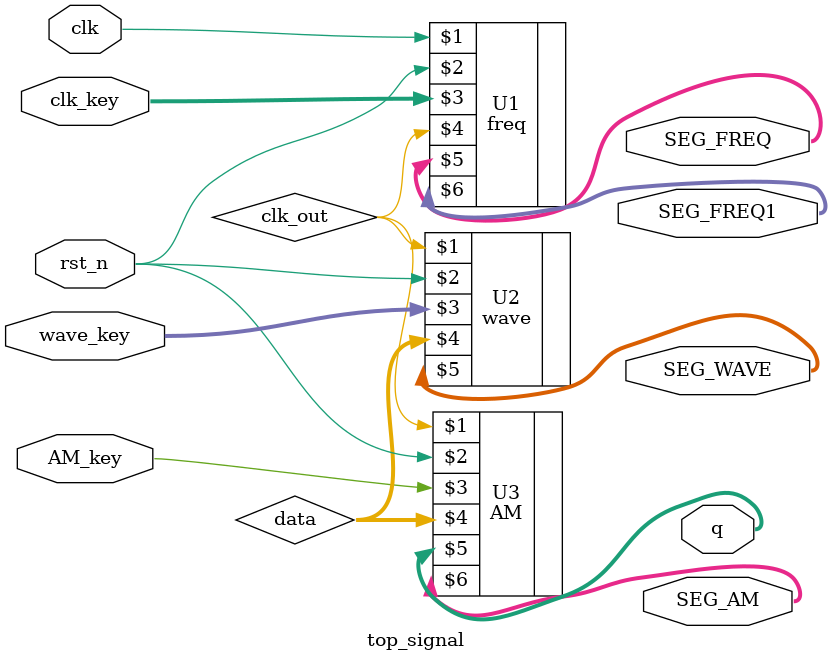
<source format=v>
module top_signal(
                  input clk,
						input rst_n,//下降沿
						input [1:0]clk_key,//频率选择键
						input [1:0]wave_key,//波形控制键
						input AM_key,//调幅按键,下降沿
						output [7:0]q,
						output [6:0]SEG_WAVE,//SEG0
						output [6:0]SEG_AM,//SEG5
						output [6:0]SEG_FREQ,//SEG3
						output [6:0]SEG_FREQ1
						);
						

wire clk_out;
wire [7:0]data;


freq U1(clk,rst_n,clk_key,clk_out,SEG_FREQ,SEG_FREQ1);//调频

		  
wave U2(clk_out,rst_n,wave_key,data,SEG_WAVE);//波形输出
		  
		  
AM U3(clk_out,rst_n,AM_key,data,q,SEG_AM);//调幅
		
endmodule
		
</source>
